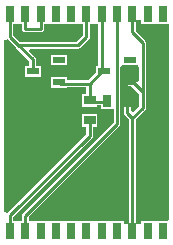
<source format=gtl>
G04*
G04 #@! TF.GenerationSoftware,Altium Limited,Altium Designer,20.0.2 (26)*
G04*
G04 Layer_Physical_Order=1*
G04 Layer_Color=255*
%FSLAX25Y25*%
%MOIN*%
G70*
G01*
G75*
%ADD11C,0.01000*%
%ADD16R,0.03150X0.03937*%
%ADD17R,0.03937X0.03150*%
%ADD18R,0.04134X0.02362*%
%ADD19R,0.03150X0.05512*%
G36*
X31647Y56687D02*
X30900D01*
Y54502D01*
X28307Y51909D01*
X21041D01*
Y52947D01*
X15707D01*
Y49384D01*
X21041D01*
Y49666D01*
X27650D01*
Y47439D01*
X26203D01*
Y43089D01*
X31340D01*
Y43697D01*
X32376D01*
Y42258D01*
X36726D01*
X36741Y41280D01*
Y37780D01*
X6505Y7544D01*
X6262Y7180D01*
X6177Y6751D01*
X6177Y6751D01*
Y5049D01*
X5123D01*
Y5049D01*
X4380D01*
Y5049D01*
X3326D01*
Y6382D01*
X29565Y32620D01*
X29808Y32984D01*
X29893Y33413D01*
X29893Y33413D01*
Y36396D01*
X31340D01*
Y40746D01*
X26203D01*
Y36396D01*
X27650D01*
Y33878D01*
X1412Y7639D01*
X394Y7859D01*
X237Y7966D01*
X247Y65154D01*
X412Y65275D01*
X1412Y65549D01*
X4179Y62782D01*
X4179Y62782D01*
X8591Y58370D01*
Y56687D01*
X7046D01*
Y53124D01*
X12380D01*
Y56687D01*
X10834D01*
Y58835D01*
X10834Y58835D01*
X10749Y59264D01*
X10506Y59628D01*
X10506Y59628D01*
X8589Y61544D01*
X8966Y62453D01*
X11925D01*
X24882D01*
X24882Y62453D01*
X25311Y62539D01*
X25675Y62782D01*
X28468Y65575D01*
X28468Y65575D01*
X28711Y65939D01*
X28797Y66368D01*
X28797Y66368D01*
Y70778D01*
X29850D01*
Y70778D01*
X30594D01*
Y70778D01*
X31647D01*
Y56687D01*
D02*
G37*
G36*
X26554Y66833D02*
X24417Y64696D01*
X11925D01*
X5437Y64696D01*
X3326Y66807D01*
Y70778D01*
X4380D01*
Y70778D01*
X5125D01*
Y70778D01*
X6178D01*
Y68996D01*
X6263Y68567D01*
X6507Y68203D01*
X6870Y67960D01*
X7300Y67874D01*
X12395D01*
X12824Y67960D01*
X13188Y68203D01*
X13431Y68567D01*
X13516Y68996D01*
Y70778D01*
X14570D01*
Y70778D01*
X15313D01*
Y70778D01*
X19663D01*
Y70778D01*
X20407D01*
Y70778D01*
X24757D01*
Y70778D01*
X25500D01*
Y70778D01*
X26554D01*
Y66833D01*
D02*
G37*
G36*
X44319Y56865D02*
X44895Y56865D01*
X45304Y56050D01*
Y51848D01*
X44394Y51471D01*
X43907Y51958D01*
X43543Y52201D01*
X43114Y52287D01*
X43114Y52287D01*
X42228D01*
X41799Y52201D01*
X41435Y51958D01*
X41192Y51595D01*
X41107Y51165D01*
X41192Y50736D01*
X41435Y50372D01*
X41799Y50129D01*
X42228Y50044D01*
X42650D01*
X45304Y47390D01*
Y43256D01*
X43320Y41273D01*
X42409Y41753D01*
Y44740D01*
X42429Y44839D01*
X42343Y45268D01*
X42100Y45632D01*
X41736Y45875D01*
X41307Y45960D01*
X40878Y45875D01*
X40514Y45632D01*
X40494Y45612D01*
X40251Y45248D01*
X40166Y44819D01*
X40166Y44819D01*
Y40984D01*
X40166Y40984D01*
X40251Y40555D01*
X40494Y40191D01*
X41831Y38854D01*
Y4004D01*
X40034D01*
Y5049D01*
X35684D01*
Y5049D01*
X34940D01*
Y5049D01*
X30591D01*
Y5049D01*
X29847D01*
Y5049D01*
X25497D01*
Y5049D01*
X24754D01*
Y5049D01*
X20404D01*
Y5049D01*
X19660D01*
Y5049D01*
X15310D01*
Y5049D01*
X14567D01*
Y5049D01*
X10217D01*
Y5049D01*
X9473D01*
Y5049D01*
X8420D01*
Y6286D01*
X38655Y36522D01*
X38655Y36522D01*
X38898Y36886D01*
X38984Y37315D01*
X38984Y37315D01*
Y56120D01*
X39561Y56865D01*
X39968Y56865D01*
X44319D01*
D02*
G37*
G36*
X45874Y70778D02*
X50224D01*
Y70778D01*
X50968D01*
Y70778D01*
X55091D01*
X55098Y5745D01*
X54402Y5049D01*
X50968D01*
Y5049D01*
X50222D01*
Y5049D01*
X45873D01*
Y4004D01*
X44074D01*
Y38854D01*
X47218Y41998D01*
X47218Y41998D01*
X47461Y42362D01*
X47547Y42791D01*
X47547Y42792D01*
Y47854D01*
X47547Y47854D01*
X47547Y47854D01*
Y64354D01*
X47461Y64784D01*
X47218Y65147D01*
X47218Y65147D01*
X44077Y68288D01*
Y72067D01*
X45874D01*
Y70778D01*
D02*
G37*
%LPC*%
G36*
X21041Y60427D02*
X15707D01*
Y56865D01*
X21041D01*
Y60427D01*
D02*
G37*
%LPD*%
D11*
X4972Y63575D02*
X11925Y63575D01*
X4972Y63575D02*
X9713Y58835D01*
X24882Y63575D02*
X27675Y66368D01*
X11925Y63575D02*
X24882D01*
X9713Y54905D02*
Y58835D01*
X12395Y68996D02*
Y75315D01*
X7300Y68996D02*
X12395D01*
X7300D02*
Y75315D01*
X18374Y51236D02*
X18823Y50787D01*
X29217Y44819D02*
X34646D01*
X18823Y50787D02*
X28772D01*
X33567Y54905D02*
X33776D01*
X33450D02*
X33567D01*
X28772Y45264D02*
Y50787D01*
X2205Y66343D02*
X4972Y63575D01*
X2205Y66343D02*
Y75315D01*
X27675Y66368D02*
Y75315D01*
X46425Y47854D02*
Y64354D01*
X42228Y51165D02*
X43114D01*
X46425Y47854D01*
Y42791D02*
Y47854D01*
X42953Y39319D02*
X46425Y42791D01*
X41287Y40984D02*
Y44819D01*
Y40984D02*
X42953Y39319D01*
Y512D02*
Y39319D01*
X37862Y37315D02*
Y75315D01*
X7298Y6751D02*
X37862Y37315D01*
X7298Y512D02*
Y6751D01*
X42956Y67824D02*
X46425Y64354D01*
X42956Y67824D02*
Y75315D01*
X41287Y44819D02*
X41307Y44839D01*
X32890Y54905D02*
X33450D01*
X32769Y55587D02*
X33450Y54905D01*
X28772Y45264D02*
X29217Y44819D01*
X28772Y50787D02*
X32890Y54905D01*
X28772Y33413D02*
Y38571D01*
X2205Y6846D02*
X28772Y33413D01*
X2205Y512D02*
Y6846D01*
X32769Y55587D02*
Y75315D01*
D16*
X41244Y44827D02*
D03*
X34551D02*
D03*
D17*
X28772Y45264D02*
D03*
Y38571D02*
D03*
D18*
X18374Y51165D02*
D03*
Y58646D02*
D03*
X9713Y54905D02*
D03*
X42228Y51165D02*
D03*
Y58646D02*
D03*
X33567Y54905D02*
D03*
D19*
X53143Y74134D02*
D03*
X48049D02*
D03*
X17488D02*
D03*
X22582D02*
D03*
X27675D02*
D03*
X32769D02*
D03*
X37862D02*
D03*
X42956D02*
D03*
X12395D02*
D03*
X2205D02*
D03*
X7300D02*
D03*
X2205Y1693D02*
D03*
X7298D02*
D03*
X37859D02*
D03*
X32766D02*
D03*
X27672D02*
D03*
X22579D02*
D03*
X17485D02*
D03*
X12392D02*
D03*
X42953D02*
D03*
X53143D02*
D03*
X48048D02*
D03*
M02*

</source>
